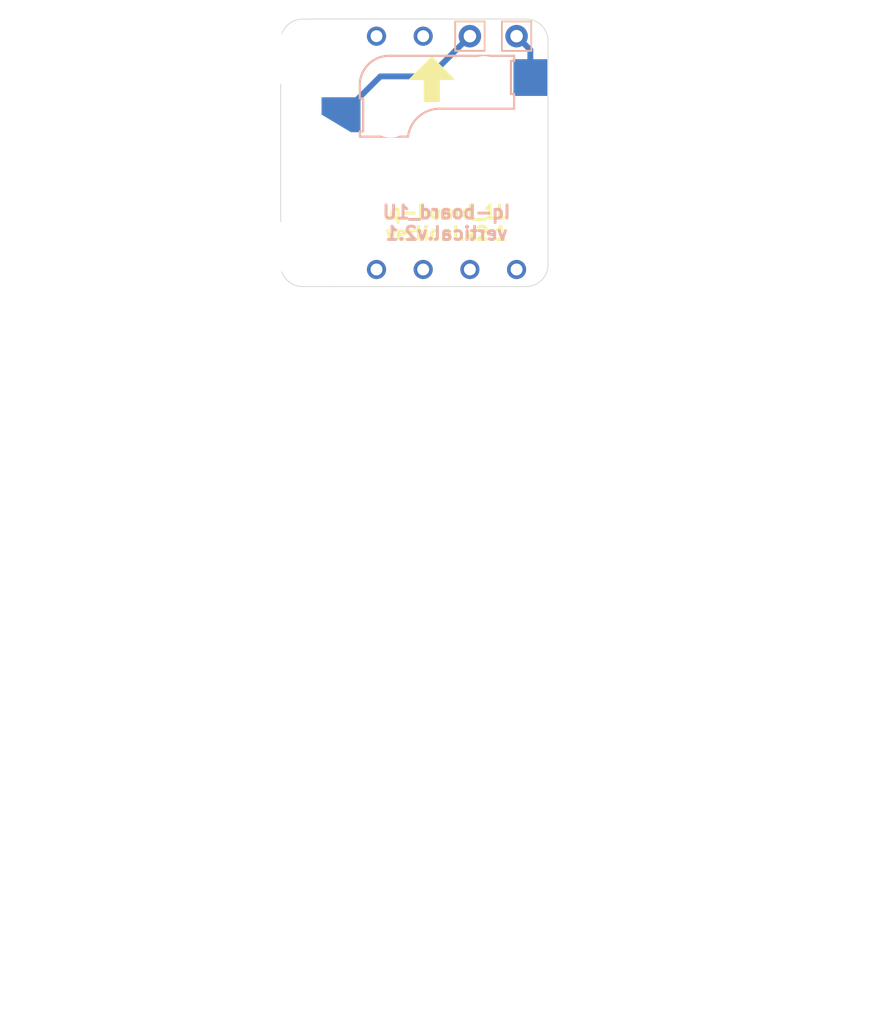
<source format=kicad_pcb>
(kicad_pcb (version 20171130) (host pcbnew "(5.1.6)-1")

  (general
    (thickness 1.6)
    (drawings 79)
    (tracks 5)
    (zones 0)
    (modules 19)
    (nets 3)
  )

  (page A4)
  (layers
    (0 F.Cu signal)
    (31 B.Cu signal)
    (32 B.Adhes user)
    (33 F.Adhes user)
    (34 B.Paste user)
    (35 F.Paste user)
    (36 B.SilkS user)
    (37 F.SilkS user)
    (38 B.Mask user)
    (39 F.Mask user)
    (40 Dwgs.User user)
    (41 Cmts.User user)
    (42 Eco1.User user)
    (43 Eco2.User user)
    (44 Edge.Cuts user)
    (45 Margin user)
    (46 B.CrtYd user)
    (47 F.CrtYd user)
    (48 B.Fab user)
    (49 F.Fab user)
  )

  (setup
    (last_trace_width 0.25)
    (user_trace_width 0.25)
    (user_trace_width 0.3)
    (user_trace_width 0.4)
    (user_trace_width 0.8)
    (trace_clearance 0.2)
    (zone_clearance 0.508)
    (zone_45_only no)
    (trace_min 0.2)
    (via_size 0.8)
    (via_drill 0.4)
    (via_min_size 0.4)
    (via_min_drill 0.3)
    (uvia_size 0.3)
    (uvia_drill 0.1)
    (uvias_allowed no)
    (uvia_min_size 0.2)
    (uvia_min_drill 0.1)
    (edge_width 0.05)
    (segment_width 0.2)
    (pcb_text_width 0.3)
    (pcb_text_size 1.5 1.5)
    (mod_edge_width 0.12)
    (mod_text_size 1 1)
    (mod_text_width 0.15)
    (pad_size 4.65 4.65)
    (pad_drill 4.65)
    (pad_to_mask_clearance 0.051)
    (solder_mask_min_width 0.25)
    (aux_axis_origin 0 0)
    (visible_elements 7FFFFFFF)
    (pcbplotparams
      (layerselection 0x010f0_ffffffff)
      (usegerberextensions true)
      (usegerberattributes false)
      (usegerberadvancedattributes false)
      (creategerberjobfile false)
      (excludeedgelayer true)
      (linewidth 0.100000)
      (plotframeref false)
      (viasonmask false)
      (mode 1)
      (useauxorigin false)
      (hpglpennumber 1)
      (hpglpenspeed 20)
      (hpglpendiameter 15.000000)
      (psnegative false)
      (psa4output false)
      (plotreference true)
      (plotvalue true)
      (plotinvisibletext false)
      (padsonsilk false)
      (subtractmaskfromsilk true)
      (outputformat 1)
      (mirror false)
      (drillshape 0)
      (scaleselection 1)
      (outputdirectory "../GERBER/v2.1/I-quamoclit-board_1U.v2.1"))
  )

  (net 0 "")
  (net 1 "Net-(J1-Pad2)")
  (net 2 "Net-(J1-Pad1)")

  (net_class Default "これはデフォルトのネット クラスです。"
    (clearance 0.2)
    (trace_width 0.25)
    (via_dia 0.8)
    (via_drill 0.4)
    (uvia_dia 0.3)
    (uvia_drill 0.1)
    (add_net "Net-(J1-Pad1)")
    (add_net "Net-(J1-Pad2)")
  )

  (module Ipomoea-library:Square_2mm_x_2mm_Silk (layer F.Cu) (tedit 5F6B5FC4) (tstamp 5F6BCC7A)
    (at 4.7625 -7.9375)
    (fp_text reference * (at 0 0.5) (layer Dwgs.User)
      (effects (font (size 1 1) (thickness 0.15)))
    )
    (fp_text value " " (at 0 -0.5) (layer F.Fab)
      (effects (font (size 1 1) (thickness 0.15)))
    )
    (fp_line (start -1 -1) (end -1 1) (layer F.SilkS) (width 0.12))
    (fp_line (start -1 1) (end 1 1) (layer F.SilkS) (width 0.12))
    (fp_line (start 1 1) (end 1 -1) (layer F.SilkS) (width 0.12))
    (fp_line (start 1 -1) (end -1 -1) (layer F.SilkS) (width 0.12))
    (fp_line (start 1 1) (end -1 1) (layer B.SilkS) (width 0.12))
    (fp_line (start -1 -1) (end 1 -1) (layer B.SilkS) (width 0.12))
    (fp_line (start 1 -1) (end 1 1) (layer B.SilkS) (width 0.12))
    (fp_line (start -1 1) (end -1 -1) (layer B.SilkS) (width 0.12))
  )

  (module Ipomoea-library:Square_2mm_x_2mm_Silk (layer F.Cu) (tedit 5F6B5FC4) (tstamp 5F6BCB90)
    (at 1.5875 -7.9375)
    (fp_text reference * (at 0 0.5) (layer Dwgs.User)
      (effects (font (size 1 1) (thickness 0.15)))
    )
    (fp_text value " " (at 0 -0.5) (layer F.Fab)
      (effects (font (size 1 1) (thickness 0.15)))
    )
    (fp_line (start -1 -1) (end -1 1) (layer F.SilkS) (width 0.12))
    (fp_line (start -1 1) (end 1 1) (layer F.SilkS) (width 0.12))
    (fp_line (start 1 1) (end 1 -1) (layer F.SilkS) (width 0.12))
    (fp_line (start 1 -1) (end -1 -1) (layer F.SilkS) (width 0.12))
    (fp_line (start 1 1) (end -1 1) (layer B.SilkS) (width 0.12))
    (fp_line (start -1 -1) (end 1 -1) (layer B.SilkS) (width 0.12))
    (fp_line (start 1 -1) (end 1 1) (layer B.SilkS) (width 0.12))
    (fp_line (start -1 1) (end -1 -1) (layer B.SilkS) (width 0.12))
  )

  (module Ipomoea-library:Ipomoea-quamoclit_Base_SCREW_HOLE_2.1 (layer F.Cu) (tedit 5E36815D) (tstamp 5EFC1A65)
    (at -9.525 0)
    (fp_text reference REF** (at 0 3.175) (layer Dwgs.User)
      (effects (font (size 1 1) (thickness 0.15)))
    )
    (fp_text value Ipomoea-quamoclit_Base_SCREW_HOLE_2.1 (at 0 -3.175) (layer F.Fab)
      (effects (font (size 1 1) (thickness 0.15)))
    )
    (pad "" np_thru_hole circle (at 0 0) (size 2.1 2.1) (drill 2.1) (layers *.Cu *.Mask))
  )

  (module Ipomoea-library:Ipomoea-quamoclit_Board_1U_TH_1 (layer F.Cu) (tedit 5EFB45B4) (tstamp 5EFA5100)
    (at -1.5875 -7.9375)
    (fp_text reference REF** (at 0 1.5875) (layer Dwgs.User)
      (effects (font (size 1 1) (thickness 0.15)))
    )
    (fp_text value Ipomoea-quamoclit_Board_1U_TH_1 (at 0 -1.5875) (layer F.Fab)
      (effects (font (size 1 1) (thickness 0.15)))
    )
    (pad "" thru_hole circle (at 0 0 180) (size 1.3 1.3) (drill 0.81) (layers *.Cu *.Mask))
  )

  (module Ipomoea-library:Square_2mm_x_2mm (layer F.Cu) (tedit 5F026991) (tstamp 5EFA50F9)
    (at -1.5875 -7.9375)
    (fp_text reference * (at 0 0.5) (layer Dwgs.User)
      (effects (font (size 1 1) (thickness 0.15)))
    )
    (fp_text value " " (at 0 -0.5) (layer F.Fab)
      (effects (font (size 1 1) (thickness 0.15)))
    )
    (fp_line (start 1 -1) (end -1 -1) (layer Dwgs.User) (width 0.12))
    (fp_line (start 1 1) (end 1 -1) (layer Dwgs.User) (width 0.12))
    (fp_line (start -1 1) (end 1 1) (layer Dwgs.User) (width 0.12))
    (fp_line (start -1 -1) (end -1 1) (layer Dwgs.User) (width 0.12))
  )

  (module Ipomoea-library:Ipomoea-quamoclit_Board_1U_TH_1 (layer F.Cu) (tedit 5EFB45B4) (tstamp 5EFA50EA)
    (at -1.5875 7.9375)
    (fp_text reference REF** (at 0 1.5875) (layer Dwgs.User)
      (effects (font (size 1 1) (thickness 0.15)))
    )
    (fp_text value Ipomoea-quamoclit_Board_1U_TH_1 (at 0 -1.5875) (layer F.Fab)
      (effects (font (size 1 1) (thickness 0.15)))
    )
    (pad "" thru_hole circle (at 0 0 180) (size 1.3 1.3) (drill 0.81) (layers *.Cu *.Mask))
  )

  (module Ipomoea-library:Square_2mm_x_2mm (layer F.Cu) (tedit 5F026991) (tstamp 5EFA50E3)
    (at -1.5875 7.9375)
    (fp_text reference * (at 0 0.5) (layer Dwgs.User)
      (effects (font (size 1 1) (thickness 0.15)))
    )
    (fp_text value " " (at 0 -0.5) (layer F.Fab)
      (effects (font (size 1 1) (thickness 0.15)))
    )
    (fp_line (start 1 -1) (end -1 -1) (layer Dwgs.User) (width 0.12))
    (fp_line (start 1 1) (end 1 -1) (layer Dwgs.User) (width 0.12))
    (fp_line (start -1 1) (end 1 1) (layer Dwgs.User) (width 0.12))
    (fp_line (start -1 -1) (end -1 1) (layer Dwgs.User) (width 0.12))
  )

  (module Ipomoea-library:Square_2mm_x_2mm (layer F.Cu) (tedit 5F026991) (tstamp 5EFA50D1)
    (at 1.5875 7.9375)
    (fp_text reference * (at 0 0.5) (layer Dwgs.User)
      (effects (font (size 1 1) (thickness 0.15)))
    )
    (fp_text value " " (at 0 -0.5) (layer F.Fab)
      (effects (font (size 1 1) (thickness 0.15)))
    )
    (fp_line (start 1 -1) (end -1 -1) (layer Dwgs.User) (width 0.12))
    (fp_line (start 1 1) (end 1 -1) (layer Dwgs.User) (width 0.12))
    (fp_line (start -1 1) (end 1 1) (layer Dwgs.User) (width 0.12))
    (fp_line (start -1 -1) (end -1 1) (layer Dwgs.User) (width 0.12))
  )

  (module Ipomoea-library:Ipomoea-quamoclit_Board_1U_TH_1 (layer F.Cu) (tedit 5EFB45B4) (tstamp 5EFA50CD)
    (at 1.5875 7.9375)
    (fp_text reference REF** (at 0 1.5875) (layer Dwgs.User)
      (effects (font (size 1 1) (thickness 0.15)))
    )
    (fp_text value Ipomoea-quamoclit_Board_1U_TH_1 (at 0 -1.5875) (layer F.Fab)
      (effects (font (size 1 1) (thickness 0.15)))
    )
    (pad "" thru_hole circle (at 0 0 180) (size 1.3 1.3) (drill 0.81) (layers *.Cu *.Mask))
  )

  (module Ipomoea-library:Square_2mm_x_2mm (layer F.Cu) (tedit 5F026991) (tstamp 5EFA4BF9)
    (at 4.7625 7.9375)
    (fp_text reference * (at 0 0.5) (layer Dwgs.User)
      (effects (font (size 1 1) (thickness 0.15)))
    )
    (fp_text value " " (at 0 -0.5) (layer F.Fab)
      (effects (font (size 1 1) (thickness 0.15)))
    )
    (fp_line (start 1 -1) (end -1 -1) (layer Dwgs.User) (width 0.12))
    (fp_line (start 1 1) (end 1 -1) (layer Dwgs.User) (width 0.12))
    (fp_line (start -1 1) (end 1 1) (layer Dwgs.User) (width 0.12))
    (fp_line (start -1 -1) (end -1 1) (layer Dwgs.User) (width 0.12))
  )

  (module Ipomoea-library:Square_2mm_x_2mm (layer F.Cu) (tedit 5F026991) (tstamp 5EFA4BF9)
    (at -4.7625 7.9375)
    (fp_text reference * (at 0 0.5) (layer Dwgs.User)
      (effects (font (size 1 1) (thickness 0.15)))
    )
    (fp_text value " " (at 0 -0.5) (layer F.Fab)
      (effects (font (size 1 1) (thickness 0.15)))
    )
    (fp_line (start 1 -1) (end -1 -1) (layer Dwgs.User) (width 0.12))
    (fp_line (start 1 1) (end 1 -1) (layer Dwgs.User) (width 0.12))
    (fp_line (start -1 1) (end 1 1) (layer Dwgs.User) (width 0.12))
    (fp_line (start -1 -1) (end -1 1) (layer Dwgs.User) (width 0.12))
  )

  (module Ipomoea-library:Square_2mm_x_2mm (layer F.Cu) (tedit 5F026991) (tstamp 5EFA4BF9)
    (at -4.7625 -7.9375)
    (fp_text reference * (at 0 0.5) (layer Dwgs.User)
      (effects (font (size 1 1) (thickness 0.15)))
    )
    (fp_text value " " (at 0 -0.5) (layer F.Fab)
      (effects (font (size 1 1) (thickness 0.15)))
    )
    (fp_line (start 1 -1) (end -1 -1) (layer Dwgs.User) (width 0.12))
    (fp_line (start 1 1) (end 1 -1) (layer Dwgs.User) (width 0.12))
    (fp_line (start -1 1) (end 1 1) (layer Dwgs.User) (width 0.12))
    (fp_line (start -1 -1) (end -1 1) (layer Dwgs.User) (width 0.12))
  )

  (module Ipomoea-library:HOLE_M2_SPACER (layer F.Cu) (tedit 5D0F3CB5) (tstamp 5EE04071)
    (at -9.525 6.35)
    (descr "Mounting Hole 2.2mm, no annular, M2")
    (tags "mounting hole 2.2mm no annular m2")
    (attr virtual)
    (fp_text reference Ref** (at 0 -3.2) (layer F.Fab)
      (effects (font (size 1 1) (thickness 0.15)))
    )
    (fp_text value Val** (at 0 3.2) (layer F.Fab)
      (effects (font (size 1 1) (thickness 0.15)))
    )
    (fp_circle (center 0 0) (end 2.2 0) (layer Cmts.User) (width 0.15))
    (fp_circle (center 0 0) (end 2.4 0) (layer F.CrtYd) (width 0.05))
    (fp_text user %R (at 0.3 0) (layer F.Fab)
      (effects (font (size 1 1) (thickness 0.15)))
    )
    (pad "" np_thru_hole circle (at 0 0) (size 4.8 4.8) (drill 4.8) (layers *.Cu *.Mask))
  )

  (module Ipomoea-library:HOLE_M2_SPACER (layer F.Cu) (tedit 5D0F3CB5) (tstamp 5EE0403C)
    (at -9.525 -6.35)
    (descr "Mounting Hole 2.2mm, no annular, M2")
    (tags "mounting hole 2.2mm no annular m2")
    (attr virtual)
    (fp_text reference Ref** (at 0 -3.2) (layer F.Fab)
      (effects (font (size 1 1) (thickness 0.15)))
    )
    (fp_text value Val** (at 0 3.2) (layer F.Fab)
      (effects (font (size 1 1) (thickness 0.15)))
    )
    (fp_circle (center 0 0) (end 2.2 0) (layer Cmts.User) (width 0.15))
    (fp_circle (center 0 0) (end 2.4 0) (layer F.CrtYd) (width 0.05))
    (fp_text user %R (at 0.3 0) (layer F.Fab)
      (effects (font (size 1 1) (thickness 0.15)))
    )
    (pad "" np_thru_hole circle (at 0 0) (size 4.8 4.8) (drill 4.8) (layers *.Cu *.Mask))
  )

  (module Ipomoea-library:Ipomoea-quamoclit_Board_1U_TH_1 (layer F.Cu) (tedit 5EFB45B4) (tstamp 5EE0164D)
    (at -4.7625 7.9375)
    (fp_text reference REF** (at 0 1.5875) (layer Dwgs.User)
      (effects (font (size 1 1) (thickness 0.15)))
    )
    (fp_text value Ipomoea-quamoclit_Board_1U_TH_1 (at 0 -1.5875) (layer F.Fab)
      (effects (font (size 1 1) (thickness 0.15)))
    )
    (pad "" thru_hole circle (at 0 0 180) (size 1.3 1.3) (drill 0.81) (layers *.Cu *.Mask))
  )

  (module Ipomoea-library:Ipomoea-quamoclit_Board_1U_TH_1 (layer F.Cu) (tedit 5EFB45B4) (tstamp 5EE010D9)
    (at -4.7625 -7.9375)
    (fp_text reference REF** (at 0 1.5875) (layer Dwgs.User)
      (effects (font (size 1 1) (thickness 0.15)))
    )
    (fp_text value Ipomoea-quamoclit_Board_1U_TH_1 (at 0 -1.5875) (layer F.Fab)
      (effects (font (size 1 1) (thickness 0.15)))
    )
    (pad "" thru_hole circle (at 0 0 180) (size 1.3 1.3) (drill 0.81) (layers *.Cu *.Mask))
  )

  (module Ipomoea-library:Ipomoea-quamoclit_Board_1U_TH_1 (layer F.Cu) (tedit 5EFB45B4) (tstamp 5EE00DE0)
    (at 4.7625 7.9375)
    (fp_text reference REF** (at 0 1.5875) (layer Dwgs.User)
      (effects (font (size 1 1) (thickness 0.15)))
    )
    (fp_text value Ipomoea-quamoclit_Board_1U_TH_1 (at 0 -1.5875) (layer F.Fab)
      (effects (font (size 1 1) (thickness 0.15)))
    )
    (pad "" thru_hole circle (at 0 0 180) (size 1.3 1.3) (drill 0.81) (layers *.Cu *.Mask))
  )

  (module Ipomoea-library:Ipomoea-quamoclit_Board_1U_TH_2 (layer F.Cu) (tedit 5EDCF8BE) (tstamp 5EFD25FB)
    (at 3.175 -7.9375)
    (path /5EFD231E)
    (fp_text reference J1 (at 0 1.5875) (layer Dwgs.User)
      (effects (font (size 1 1) (thickness 0.15)))
    )
    (fp_text value Conn_01x02 (at 0 -1.5875) (layer F.Fab)
      (effects (font (size 1 1) (thickness 0.15)))
    )
    (pad 1 thru_hole circle (at -1.5875 0 180) (size 1.524 1.524) (drill 0.85) (layers *.Cu *.Mask)
      (net 2 "Net-(J1-Pad1)"))
    (pad 2 thru_hole circle (at 1.5875 0 180) (size 1.524 1.524) (drill 0.85) (layers *.Cu *.Mask)
      (net 1 "Net-(J1-Pad2)"))
  )

  (module Ipomoea-library:Ipomoea-quamoclit_Board_1U_CherryMX_Hotswap (layer F.Cu) (tedit 5F6C375D) (tstamp 5EFD2624)
    (at 0 0)
    (path /5E3E4EEB)
    (fp_text reference SW1 (at 7.1 8.2) (layer F.SilkS) hide
      (effects (font (size 1 1) (thickness 0.15)))
    )
    (fp_text value SW_PUSH (at -4.8 8.3) (layer F.Fab) hide
      (effects (font (size 1 1) (thickness 0.15)))
    )
    (fp_poly (pts (xy 6.85 -4.12) (xy 4.55 -4.12) (xy 4.55 -6.12) (xy 6.85 -6.12)) (layer Dwgs.User) (width 0))
    (fp_poly (pts (xy -5.85 -1.58) (xy -8.15 -1.58) (xy -8.15 -3.58) (xy -5.85 -3.58)) (layer Dwgs.User) (width 0))
    (fp_line (start 4.6 -6.6) (end -3.800001 -6.6) (layer B.SilkS) (width 0.15))
    (fp_line (start -5.9 -3.7) (end -5.7 -3.7) (layer B.SilkS) (width 0.15))
    (fp_line (start -5.7 -1.46) (end -5.9 -1.46) (layer B.SilkS) (width 0.15))
    (fp_line (start 4.6 -4) (end 4.4 -4) (layer B.SilkS) (width 0.15))
    (fp_line (start -0.4 -3) (end 4.6 -3) (layer B.SilkS) (width 0.15))
    (fp_line (start 4.4 -6.25) (end 4.6 -6.25) (layer B.SilkS) (width 0.15))
    (fp_line (start -5.9 -1.1) (end -2.62 -1.1) (layer B.SilkS) (width 0.15))
    (fp_line (start 4.6 -3) (end 4.6 -4) (layer B.SilkS) (width 0.15))
    (fp_line (start 4.6 -6.25) (end 4.6 -6.6) (layer B.SilkS) (width 0.15))
    (fp_line (start -5.9 -4.7) (end -5.9 -3.7) (layer B.SilkS) (width 0.15))
    (fp_line (start 4.38 -4) (end 4.38 -6.25) (layer B.SilkS) (width 0.15))
    (fp_line (start -5.67 -3.7) (end -5.67 -1.46) (layer B.SilkS) (width 0.15))
    (fp_line (start -5.9 -1.1) (end -5.9 -1.46) (layer B.SilkS) (width 0.15))
    (fp_poly (pts (xy 0.5 -5) (xy -0.5 -5) (xy -0.5 -3.5) (xy -1.5 -3.5)
      (xy -1.5 -5) (xy -2.5 -5) (xy -1 -6.5)) (layer F.SilkS) (width 0.1))
    (fp_line (start -7 7) (end -6 7) (layer Dwgs.User) (width 0.15))
    (fp_line (start 7 -7) (end 7 -6) (layer Dwgs.User) (width 0.15))
    (fp_line (start -7 -7) (end -6 -7) (layer Dwgs.User) (width 0.15))
    (fp_line (start 7 7) (end 7 6) (layer Dwgs.User) (width 0.15))
    (fp_line (start 6 7) (end 7 7) (layer Dwgs.User) (width 0.15))
    (fp_line (start -7 6) (end -7 7) (layer Dwgs.User) (width 0.15))
    (fp_line (start 7 -7) (end 6 -7) (layer Dwgs.User) (width 0.15))
    (fp_line (start -7 -6) (end -7 -7) (layer Dwgs.User) (width 0.15))
    (fp_line (start -9.525 9.525) (end -9.525 -9.525) (layer Dwgs.User) (width 0.15))
    (fp_line (start 9.525 9.525) (end -9.525 9.525) (layer Dwgs.User) (width 0.15))
    (fp_line (start 9.525 -9.525) (end 9.525 9.525) (layer Dwgs.User) (width 0.15))
    (fp_line (start -9.525 -9.525) (end 9.525 -9.525) (layer Dwgs.User) (width 0.15))
    (fp_arc (start -0.465 -0.83) (end -0.4 -3) (angle -84) (layer B.SilkS) (width 0.15))
    (fp_arc (start -3.9 -4.6) (end -3.800001 -6.6) (angle -90) (layer B.SilkS) (width 0.15))
    (pad "" np_thru_hole circle (at 0 0 90) (size 4.1 4.1) (drill 4.1) (layers *.Cu *.Mask))
    (pad "" np_thru_hole circle (at 5.08 0) (size 1.9 1.9) (drill 1.9) (layers *.Cu *.Mask))
    (pad "" np_thru_hole circle (at -5.08 0) (size 1.9 1.9) (drill 1.9) (layers *.Cu *.Mask))
    (pad 1 smd custom (at -7 -2.7) (size 1.524 1.524) (layers B.Cu B.Paste B.Mask)
      (net 2 "Net-(J1-Pad1)") (zone_connect 0)
      (options (clearance outline) (anchor circle))
      (primitives
        (gr_poly (pts
           (xy 1.15 1.3) (xy 0.5 1.3) (xy -1.5 0.1) (xy -1.5 -1.08) (xy 1.15 -1.08)
) (width 0))
      ))
    (pad "" np_thru_hole circle (at 2.54 -5.08 180) (size 3 3) (drill 3) (layers *.Cu *.Mask))
    (pad 2 smd rect (at 5.7 -5.12 180) (size 2.3 2.5) (layers B.Cu B.Paste B.Mask)
      (net 1 "Net-(J1-Pad2)"))
    (pad "" np_thru_hole circle (at -3.81 -2.54 180) (size 3 3) (drill 3) (layers *.Cu *.Mask))
  )

  (gr_line (start -11.275 -7.6125) (end -11.275 7.6125) (layer Edge.Cuts) (width 0.05) (tstamp 5F6C41D7))
  (gr_line (start -8.0375 -9.1) (end -9.7875 -9.1) (layer Edge.Cuts) (width 0.05) (tstamp 5F6C41D6))
  (gr_arc (start -9.7875 -7.6125) (end -9.7875 -9.1) (angle -90) (layer Edge.Cuts) (width 0.05) (tstamp 5F6C41D5))
  (gr_arc (start -9.7875 7.6125) (end -11.275 7.6125) (angle -90) (layer Edge.Cuts) (width 0.05) (tstamp 5F6C41D4))
  (gr_line (start -9.7875 9.1) (end -8.0375 9.1) (layer Edge.Cuts) (width 0.05) (tstamp 5F6C41D3))
  (gr_text "Iq-board_1U\nvertical.v2.1" (at 0 4.7625) (layer B.SilkS) (tstamp 5F01C9D3)
    (effects (font (size 0.9 0.9) (thickness 0.2)) (justify mirror))
  )
  (gr_text "Iq-board_1U\nvertical.v2.1" (at 0 4.7625) (layer F.SilkS) (tstamp 5F01C9D2)
    (effects (font (size 0.9 0.9) (thickness 0.2)))
  )
  (gr_circle (center -9.525 0) (end -7.775 0) (layer B.Fab) (width 0.15) (tstamp 5EFC1A4D))
  (gr_circle (center -9.525 0) (end -7.2 0) (layer Dwgs.User) (width 0.1) (tstamp 5EFC1A4C))
  (gr_poly (pts (xy -10.1125 41.8) (xy -11.1125 41.8) (xy -12.1125 41.8) (xy -12.1125 39.8) (xy -11.1125 39.8) (xy -10.1125 39.8)) (layer Dwgs.User) (width 0.01) (tstamp 5EFC18D4))
  (gr_line (start -11.12 41.69) (end 29.83 42.46) (layer Dwgs.User) (width 0.15))
  (gr_line (start 25.95 33.1) (end 25.95 34.7) (layer Dwgs.User) (width 0.05) (tstamp 5EFB41D2))
  (gr_line (start 25.95 41.8) (end 7.1 41.8) (layer Dwgs.User) (width 0.05) (tstamp 5EFB41D1))
  (gr_poly (pts (xy 15.2875 41.8) (xy 14.2875 41.8) (xy 13.2875 41.8) (xy 13.2875 39.8) (xy 14.2875 39.8) (xy 15.2875 39.8)) (layer Dwgs.User) (width 0.01) (tstamp 5EFB41D0))
  (gr_line (start 25.95 33.1) (end 7.1 33.1) (layer Dwgs.User) (width 0.05) (tstamp 5EFB41CF))
  (gr_line (start 7.1 33.1) (end 7.1 34.7) (layer Dwgs.User) (width 0.05) (tstamp 5EFB41CE))
  (gr_poly (pts (xy 24.8125 41.8) (xy 23.8125 41.8) (xy 22.8125 41.8) (xy 22.8125 39.8) (xy 23.8125 39.8) (xy 24.8125 39.8)) (layer Dwgs.User) (width 0.01) (tstamp 5EFB41CD))
  (gr_line (start 25.95 38.2) (end 7.1 38.2) (layer Dwgs.User) (width 0.05) (tstamp 5EFB41CC))
  (gr_line (start 25.95 41.8) (end 25.95 43.4) (layer Dwgs.User) (width 0.05) (tstamp 5EFB41CB))
  (gr_line (start 7.1 38.2) (end 7.1 39.8) (layer Dwgs.User) (width 0.05) (tstamp 5EFB41CA))
  (gr_line (start 25.95 39.8) (end 7.1 39.8) (layer Dwgs.User) (width 0.05) (tstamp 5EFB41C9))
  (gr_line (start 25.95 34.7) (end 7.1 34.7) (layer Dwgs.User) (width 0.05) (tstamp 5EFB41C8))
  (gr_line (start 25.95 38.1875) (end 25.95 39.7875) (layer Dwgs.User) (width 0.05) (tstamp 5EFB41C7))
  (gr_line (start 7.1 41.8) (end 7.1 43.4) (layer Dwgs.User) (width 0.05) (tstamp 5EFB41C6))
  (gr_line (start 25.95 39.8) (end 7.1 39.8) (layer Dwgs.User) (width 0.05) (tstamp 5EFB41C2))
  (gr_line (start 25.95 43.4) (end 7.1 43.4) (layer Dwgs.User) (width 0.05) (tstamp 5EFB41C1))
  (gr_line (start 6.9 39.8) (end -11.95 39.8) (layer Dwgs.User) (width 0.05) (tstamp 5EF9EA7A))
  (dimension 1.6 (width 0.15) (layer Dwgs.User)
    (gr_text "1.600 mm" (at -21.9375 39 270) (layer Dwgs.User)
      (effects (font (size 1 1) (thickness 0.15)))
    )
    (feature1 (pts (xy -11.95 39.8) (xy -21.223921 39.8)))
    (feature2 (pts (xy -11.95 38.2) (xy -21.223921 38.2)))
    (crossbar (pts (xy -20.6375 38.2) (xy -20.6375 39.8)))
    (arrow1a (pts (xy -20.6375 39.8) (xy -21.223921 38.673496)))
    (arrow1b (pts (xy -20.6375 39.8) (xy -20.051079 38.673496)))
    (arrow2a (pts (xy -20.6375 38.2) (xy -21.223921 39.326504)))
    (arrow2b (pts (xy -20.6375 38.2) (xy -20.051079 39.326504)))
  )
  (gr_poly (pts (xy 5.7625 41.8) (xy 4.7625 41.8) (xy 3.7625 41.8) (xy 3.7625 39.8) (xy 4.7625 39.8) (xy 5.7625 39.8)) (layer Dwgs.User) (width 0.01) (tstamp 5EF75663))
  (dimension 3.5 (width 0.15) (layer Dwgs.User)
    (gr_text "3.500 mm" (at -15.5875 36.45 270) (layer Dwgs.User)
      (effects (font (size 1 1) (thickness 0.15)))
    )
    (feature1 (pts (xy -11.95 38.2) (xy -14.873921 38.2)))
    (feature2 (pts (xy -11.95 34.7) (xy -14.873921 34.7)))
    (crossbar (pts (xy -14.2875 34.7) (xy -14.2875 38.2)))
    (arrow1a (pts (xy -14.2875 38.2) (xy -14.873921 37.073496)))
    (arrow1b (pts (xy -14.2875 38.2) (xy -13.701079 37.073496)))
    (arrow2a (pts (xy -14.2875 34.7) (xy -14.873921 35.826504)))
    (arrow2b (pts (xy -14.2875 34.7) (xy -13.701079 35.826504)))
  )
  (gr_line (start -7.9375 38.2) (end -7.9375 34.7) (layer Dwgs.User) (width 0.05) (tstamp 5EF75657))
  (gr_line (start -9.525 38.2) (end -7.9375 38.2) (layer Dwgs.User) (width 0.05) (tstamp 5EF7564E))
  (gr_line (start -9.525 38.2) (end -9.525 34.7) (layer Dwgs.User) (width 0.05) (tstamp 5EF75648))
  (gr_line (start -11.95 57.575) (end -11.95 59.175) (layer Dwgs.User) (width 0.05) (tstamp 5EF75615))
  (gr_line (start -11.95 48.975) (end -11.95 50.575) (layer Dwgs.User) (width 0.05) (tstamp 5EF75613))
  (gr_line (start -11.95 53.975) (end -11.95 55.575) (layer Dwgs.User) (width 0.05) (tstamp 5EF75612))
  (gr_line (start -11.1125 57.575) (end -11.1125 50.575) (layer Dwgs.User) (width 0.05) (tstamp 5EF75611))
  (gr_line (start -11.1125 50.575) (end -6.3125 50.575) (layer Dwgs.User) (width 0.05) (tstamp 5EF75610))
  (gr_line (start 6.9 53.975) (end -11.95 53.975) (layer Dwgs.User) (width 0.05) (tstamp 5EF7560F))
  (gr_line (start 6.9 48.975) (end -11.95 48.975) (layer Dwgs.User) (width 0.05) (tstamp 5EF7560E))
  (dimension 7 (width 0.15) (layer Dwgs.User) (tstamp 5EF7560C)
    (gr_text "7.000 mm" (at 10.825 54.075 270) (layer Dwgs.User) (tstamp 5EF7560C)
      (effects (font (size 1 1) (thickness 0.15)))
    )
    (feature1 (pts (xy 6.9 57.575) (xy 10.111421 57.575)))
    (feature2 (pts (xy 6.9 50.575) (xy 10.111421 50.575)))
    (crossbar (pts (xy 9.525 50.575) (xy 9.525 57.575)))
    (arrow1a (pts (xy 9.525 57.575) (xy 8.938579 56.448496)))
    (arrow1b (pts (xy 9.525 57.575) (xy 10.111421 56.448496)))
    (arrow2a (pts (xy 9.525 50.575) (xy 8.938579 51.701504)))
    (arrow2b (pts (xy 9.525 50.575) (xy 10.111421 51.701504)))
  )
  (gr_line (start 6.9 57.575) (end -11.95 57.575) (layer Dwgs.User) (width 0.05) (tstamp 5EF7560B))
  (gr_line (start -6.3125 50.575) (end -6.3125 57.575) (layer Dwgs.User) (width 0.05) (tstamp 5EF75609))
  (gr_line (start 6.9 57.575) (end 6.9 59.175) (layer Dwgs.User) (width 0.05) (tstamp 5EF75608))
  (gr_line (start 6.9 55.575) (end -11.95 55.575) (layer Dwgs.User) (width 0.05) (tstamp 5EF75607))
  (gr_line (start 6.9 53.9625) (end 6.9 55.5625) (layer Dwgs.User) (width 0.05) (tstamp 5EF75606))
  (gr_line (start 6.9 50.575) (end -11.95 50.575) (layer Dwgs.User) (width 0.05) (tstamp 5EF75604))
  (gr_line (start 6.9 59.175) (end -11.95 59.175) (layer Dwgs.User) (width 0.05) (tstamp 5EF75603))
  (dimension 3.4 (width 0.15) (layer Dwgs.User) (tstamp 5EF75601)
    (gr_text "3.400 mm" (at -15.5875 52.275 270) (layer Dwgs.User) (tstamp 5EF75601)
      (effects (font (size 1 1) (thickness 0.15)))
    )
    (feature1 (pts (xy -11.95 53.975) (xy -14.873921 53.975)))
    (feature2 (pts (xy -11.95 50.575) (xy -14.873921 50.575)))
    (crossbar (pts (xy -14.2875 50.575) (xy -14.2875 53.975)))
    (arrow1a (pts (xy -14.2875 53.975) (xy -14.873921 52.848496)))
    (arrow1b (pts (xy -14.2875 53.975) (xy -13.701079 52.848496)))
    (arrow2a (pts (xy -14.2875 50.575) (xy -14.873921 51.701504)))
    (arrow2b (pts (xy -14.2875 50.575) (xy -13.701079 51.701504)))
  )
  (gr_line (start -11.1125 57.575) (end -6.3125 57.575) (layer Dwgs.User) (width 0.05) (tstamp 5EF75600))
  (gr_poly (pts (xy 0 57.575) (xy -2 57.575) (xy -2 55.575) (xy 0 55.575)) (layer Dwgs.User) (width 0.01) (tstamp 5EF755FF))
  (gr_line (start 6.9 48.975) (end 6.9 50.575) (layer Dwgs.User) (width 0.05) (tstamp 5EF755FE))
  (gr_poly (pts (xy -3.7625 41.8) (xy -4.7625 41.8) (xy -5.7625 41.8) (xy -5.7625 39.8) (xy -4.7625 39.8) (xy -3.7625 39.8)) (layer Dwgs.User) (width 0.01) (tstamp 5EF5D149))
  (dimension 7 (width 0.15) (layer Dwgs.User)
    (gr_text "7.000 mm" (at -26.7 38.2 270) (layer Dwgs.User)
      (effects (font (size 1 1) (thickness 0.15)))
    )
    (feature1 (pts (xy -11.95 41.7) (xy -25.986421 41.7)))
    (feature2 (pts (xy -11.95 34.7) (xy -25.986421 34.7)))
    (crossbar (pts (xy -25.4 34.7) (xy -25.4 41.7)))
    (arrow1a (pts (xy -25.4 41.7) (xy -25.986421 40.573496)))
    (arrow1b (pts (xy -25.4 41.7) (xy -24.813579 40.573496)))
    (arrow2a (pts (xy -25.4 34.7) (xy -25.986421 35.826504)))
    (arrow2b (pts (xy -25.4 34.7) (xy -24.813579 35.826504)))
  )
  (gr_line (start -11.1125 34.7) (end -6.3125 34.7) (layer Dwgs.User) (width 0.05) (tstamp 5EF5D0F8))
  (gr_line (start -11.1125 41.7) (end -6.3125 41.7) (layer Dwgs.User) (width 0.05) (tstamp 5EF5D0F0))
  (gr_line (start -6.3125 34.7) (end -6.3125 41.7) (layer Dwgs.User) (width 0.05) (tstamp 5EF5D070))
  (gr_line (start -11.1125 41.7) (end -11.1125 34.7) (layer Dwgs.User) (width 0.05) (tstamp 5EF5D068))
  (gr_line (start 6.9 33.1) (end 6.9 34.7) (layer Dwgs.User) (width 0.05) (tstamp 5EF5D064))
  (gr_line (start -11.95 33.1) (end -11.95 34.7) (layer Dwgs.User) (width 0.05) (tstamp 5EF5D059))
  (gr_line (start 6.9 33.1) (end -11.95 33.1) (layer Dwgs.User) (width 0.05) (tstamp 5EF5D058))
  (gr_line (start 6.9 34.7) (end -11.95 34.7) (layer Dwgs.User) (width 0.05) (tstamp 5EF5D057))
  (gr_line (start -11.95 41.8) (end -11.95 43.4) (layer Dwgs.User) (width 0.05) (tstamp 5EF5D054))
  (gr_line (start -11.95 38.2) (end -11.95 39.8) (layer Dwgs.User) (width 0.05) (tstamp 5EF5D052))
  (gr_line (start 6.9 38.1875) (end 6.9 39.7875) (layer Dwgs.User) (width 0.05) (tstamp 5EF5D050))
  (gr_line (start 6.9 41.8) (end 6.9 43.4) (layer Dwgs.User) (width 0.05) (tstamp 5EF5D04D))
  (gr_line (start 6.9 43.4) (end -11.95 43.4) (layer Dwgs.User) (width 0.05) (tstamp 5EF5D045))
  (gr_line (start 6.9 41.8) (end -11.95 41.8) (layer Dwgs.User) (width 0.05) (tstamp 5EF5D044))
  (gr_line (start 6.9 39.8) (end -11.95 39.8) (layer Dwgs.User) (width 0.05) (tstamp 5EF5D03B))
  (gr_line (start 6.9 38.2) (end -11.95 38.2) (layer Dwgs.User) (width 0.05) (tstamp 5EF5D02E))
  (dimension 9.425 (width 0.15) (layer Dwgs.User)
    (gr_text "9.425 mm" (at -7.2375 18.725) (layer Dwgs.User)
      (effects (font (size 1 1) (thickness 0.15)))
    )
    (feature1 (pts (xy -11.95 14.875) (xy -11.95 18.011421)))
    (feature2 (pts (xy -2.525 14.875) (xy -2.525 18.011421)))
    (crossbar (pts (xy -2.525 17.425) (xy -11.95 17.425)))
    (arrow1a (pts (xy -11.95 17.425) (xy -10.823496 16.838579)))
    (arrow1b (pts (xy -11.95 17.425) (xy -10.823496 18.011421)))
    (arrow2a (pts (xy -2.525 17.425) (xy -3.651504 16.838579)))
    (arrow2b (pts (xy -2.525 17.425) (xy -3.651504 18.011421)))
  )
  (dimension 18.85 (width 0.15) (layer Dwgs.User)
    (gr_text "18.850 mm" (at -2.525 15.5875) (layer Dwgs.User)
      (effects (font (size 1 1) (thickness 0.15)))
    )
    (feature1 (pts (xy -11.95 11.1125) (xy -11.95 14.873921)))
    (feature2 (pts (xy 6.9 11.1125) (xy 6.9 14.873921)))
    (crossbar (pts (xy 6.9 14.2875) (xy -11.95 14.2875)))
    (arrow1a (pts (xy -11.95 14.2875) (xy -10.823496 13.701079)))
    (arrow1b (pts (xy -11.95 14.2875) (xy -10.823496 14.873921)))
    (arrow2a (pts (xy 6.9 14.2875) (xy 5.773496 13.701079)))
    (arrow2b (pts (xy 6.9 14.2875) (xy 5.773496 14.873921)))
  )
  (gr_arc (start 5.4125 -7.6125) (end 6.9 -7.6125) (angle -90) (layer Edge.Cuts) (width 0.05) (tstamp 5EDF9894))
  (gr_arc (start 5.4125 7.6125) (end 5.4125 9.1) (angle -90) (layer Edge.Cuts) (width 0.05) (tstamp 5EDF9893))
  (gr_line (start 6.9 7.1) (end 6.9 7.6125) (layer Edge.Cuts) (width 0.05) (tstamp 5EE04892))
  (gr_line (start 6.9 -7.6125) (end 6.9 -7.1) (layer Edge.Cuts) (width 0.05) (tstamp 5EE0488C))
  (gr_line (start -8.0375 9.1) (end 5.4125 9.1) (layer Edge.Cuts) (width 0.05) (tstamp 5EE04629))
  (gr_line (start -8.0375 -9.1) (end 5.4125 -9.1) (layer Edge.Cuts) (width 0.05) (tstamp 5EE0436B))
  (gr_line (start 6.9 7.1) (end 6.9 -7.1) (layer Edge.Cuts) (width 0.05))

  (segment (start 5.7 -7) (end 4.7625 -7.9375) (width 0.4) (layer B.Cu) (net 1))
  (segment (start 5.7 -5.12) (end 5.7 -7) (width 0.4) (layer B.Cu) (net 1))
  (segment (start -1.15 -5.2) (end 1.5875 -7.9375) (width 0.4) (layer B.Cu) (net 2))
  (segment (start -7 -2.7) (end -4.5 -5.2) (width 0.4) (layer B.Cu) (net 2))
  (segment (start -4.5 -5.2) (end -1.15 -5.2) (width 0.4) (layer B.Cu) (net 2))

)

</source>
